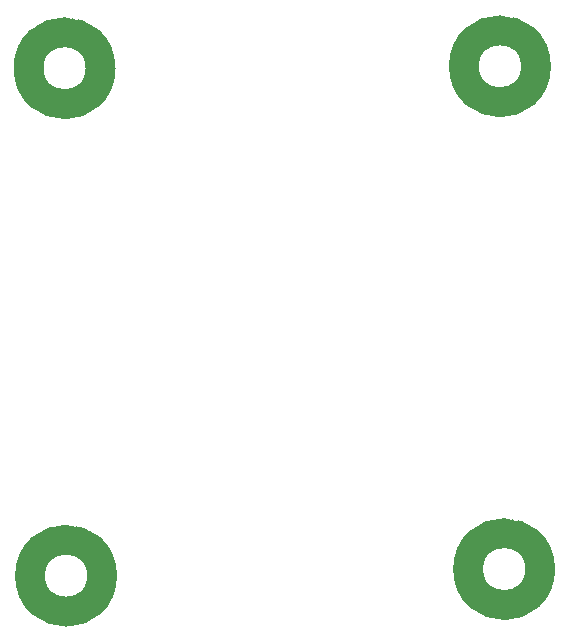
<source format=gbr>
%TF.GenerationSoftware,Altium Limited,Altium Designer,18.0.12 (696)*%
G04 Layer_Color=32768*
%FSLAX26Y26*%
%MOIN*%
%TF.FileFunction,Other,bKeepout*%
%TF.Part,Single*%
G01*
G75*
%TA.AperFunction,NonConductor*%
%ADD22C,0.100000*%
D22*
X1322360Y1186220D02*
G03*
X1322360Y1186220I-120000J0D01*
G01*
X2782680Y1208230D02*
G03*
X2782680Y1208230I-120000J0D01*
G01*
X1317390Y2878000D02*
G03*
X1317390Y2878000I-120000J0D01*
G01*
X2768680Y2884370D02*
G03*
X2768680Y2884370I-120000J0D01*
G01*
%TF.MD5,ca4cf03573d3dc9b2886935bc3f04f10*%
M02*

</source>
